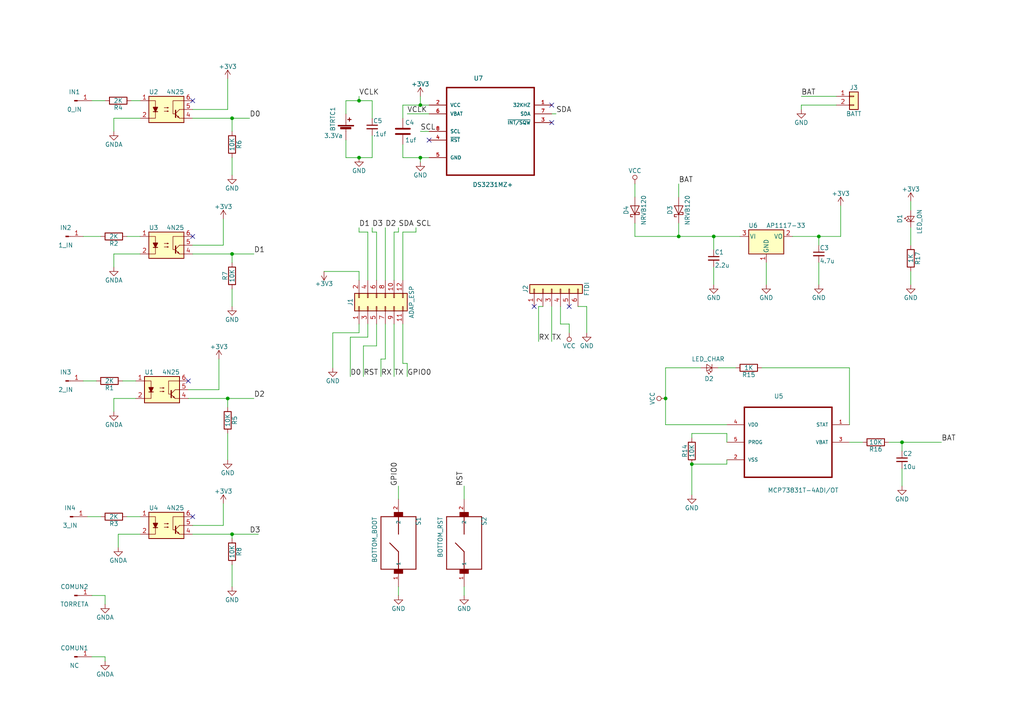
<source format=kicad_sch>
(kicad_sch (version 20230121) (generator eeschema)
  (paper "A4")
  (title_block (date "2018-01-03") (rev "0.2") (company "Electronic Cats") (comment 1 "Rocio Rosales"))
  (lib_symbols
    (symbol "B3U-1000P_1" (pin_names (offset 1.016))
      (property "Reference" "S" (at -7.6454 5.08 0))
      (property "Value" "B3U-1000P" (at -7.6454 -7.6454 0))
      (symbol "B3U-1000P_1_0_0"
        (rectangle (start -8.89 -1.27) (end -7.5946 1.27) (fill (type outline)))
        (polyline (pts (xy -7.62 -5.08) (xy 7.62 -5.08)) (stroke (width 0.254)))
        (polyline (pts (xy -7.62 0) (xy -7.62 -5.08)) (stroke (width 0.254)))
        (polyline (pts (xy -7.62 0) (xy -2.54 0)) (stroke (width 0.254)))
        (polyline (pts (xy -7.62 5.08) (xy -7.62 0)) (stroke (width 0.254)))
        (polyline (pts (xy 2.54 0) (xy 0 -2.54)) (stroke (width 0.254)))
        (polyline (pts (xy 7.62 -5.08) (xy 7.62 0)) (stroke (width 0.254)))
        (polyline (pts (xy 7.62 0) (xy 2.54 0)) (stroke (width 0.254)))
        (polyline (pts (xy 7.62 0) (xy 7.62 5.08)) (stroke (width 0.254)))
        (polyline (pts (xy 7.62 5.08) (xy -7.62 5.08)) (stroke (width 0.254)))
        (rectangle (start 7.62 -1.27) (end 8.8646 1.27) (fill (type outline)))
        (pin passive line (at 12.7 0 180) (length 5.08) (name "1") (number "1"))
        (pin passive line (at -12.7 0 0) (length 5.08) (name "2") (number "2"))
      )
    )
    (symbol "B3U-1000P_2" (pin_names (offset 1.016))
      (property "Reference" "S" (at -7.6454 5.08 0))
      (property "Value" "B3U-1000P" (at -7.6454 -7.6454 0))
      (symbol "B3U-1000P_2_0_0"
        (rectangle (start -8.89 -1.27) (end -7.5946 1.27) (fill (type outline)))
        (polyline (pts (xy -7.62 -5.08) (xy 7.62 -5.08)) (stroke (width 0.254)))
        (polyline (pts (xy -7.62 0) (xy -7.62 -5.08)) (stroke (width 0.254)))
        (polyline (pts (xy -7.62 0) (xy -2.54 0)) (stroke (width 0.254)))
        (polyline (pts (xy -7.62 5.08) (xy -7.62 0)) (stroke (width 0.254)))
        (polyline (pts (xy 2.54 0) (xy 0 -2.54)) (stroke (width 0.254)))
        (polyline (pts (xy 7.62 -5.08) (xy 7.62 0)) (stroke (width 0.254)))
        (polyline (pts (xy 7.62 0) (xy 2.54 0)) (stroke (width 0.254)))
        (polyline (pts (xy 7.62 0) (xy 7.62 5.08)) (stroke (width 0.254)))
        (polyline (pts (xy 7.62 5.08) (xy -7.62 5.08)) (stroke (width 0.254)))
        (rectangle (start 7.62 -1.27) (end 8.8646 1.27) (fill (type outline)))
        (pin passive line (at 12.7 0 180) (length 5.08) (name "1") (number "1"))
        (pin passive line (at -12.7 0 0) (length 5.08) (name "2") (number "2"))
      )
    )
    (symbol "B3U-1000P_3" (pin_names (offset 1.016))
      (property "Reference" "S" (at -7.6454 5.08 0))
      (property "Value" "B3U-1000P" (at -7.6454 -7.6454 0))
      (symbol "B3U-1000P_3_0_0"
        (rectangle (start -8.89 -1.27) (end -7.5946 1.27) (fill (type outline)))
        (polyline (pts (xy -7.62 -5.08) (xy 7.62 -5.08)) (stroke (width 0.254)))
        (polyline (pts (xy -7.62 0) (xy -7.62 -5.08)) (stroke (width 0.254)))
        (polyline (pts (xy -7.62 0) (xy -2.54 0)) (stroke (width 0.254)))
        (polyline (pts (xy -7.62 5.08) (xy -7.62 0)) (stroke (width 0.254)))
        (polyline (pts (xy 2.54 0) (xy 0 -2.54)) (stroke (width 0.254)))
        (polyline (pts (xy 7.62 -5.08) (xy 7.62 0)) (stroke (width 0.254)))
        (polyline (pts (xy 7.62 0) (xy 2.54 0)) (stroke (width 0.254)))
        (polyline (pts (xy 7.62 0) (xy 7.62 5.08)) (stroke (width 0.254)))
        (polyline (pts (xy 7.62 5.08) (xy -7.62 5.08)) (stroke (width 0.254)))
        (rectangle (start 7.62 -1.27) (end 8.8646 1.27) (fill (type outline)))
        (pin passive line (at 12.7 0 180) (length 5.08) (name "1") (number "1"))
        (pin passive line (at -12.7 0 0) (length 5.08) (name "2") (number "2"))
      )
    )
    (symbol "B3U-1000P_4" (pin_names (offset 1.016))
      (property "Reference" "S" (at -7.6454 5.08 0))
      (property "Value" "B3U-1000P" (at -7.6454 -7.6454 0))
      (symbol "B3U-1000P_4_0_0"
        (rectangle (start -8.89 -1.27) (end -7.5946 1.27) (fill (type outline)))
        (polyline (pts (xy -7.62 -5.08) (xy 7.62 -5.08)) (stroke (width 0.254)))
        (polyline (pts (xy -7.62 0) (xy -7.62 -5.08)) (stroke (width 0.254)))
        (polyline (pts (xy -7.62 0) (xy -2.54 0)) (stroke (width 0.254)))
        (polyline (pts (xy -7.62 5.08) (xy -7.62 0)) (stroke (width 0.254)))
        (polyline (pts (xy 2.54 0) (xy 0 -2.54)) (stroke (width 0.254)))
        (polyline (pts (xy 7.62 -5.08) (xy 7.62 0)) (stroke (width 0.254)))
        (polyline (pts (xy 7.62 0) (xy 2.54 0)) (stroke (width 0.254)))
        (polyline (pts (xy 7.62 0) (xy 7.62 5.08)) (stroke (width 0.254)))
        (polyline (pts (xy 7.62 5.08) (xy -7.62 5.08)) (stroke (width 0.254)))
        (rectangle (start 7.62 -1.27) (end 8.8646 1.27) (fill (type outline)))
        (pin passive line (at 12.7 0 180) (length 5.08) (name "1") (number "1"))
        (pin passive line (at -12.7 0 0) (length 5.08) (name "2") (number "2"))
      )
    )
    (symbol "DS3231MZ+_1" (pin_names (offset 1.016))
      (property "Reference" "U" (at -4.8768 22.2758 0))
      (property "Value" "DS3231MZ+" (at -5.1816 -8.5598 0))
      (symbol "DS3231MZ+_1_0_0"
        (polyline (pts (xy -12.7 -5.08) (xy 12.7 -5.08)) (stroke (width 0.4064)))
        (polyline (pts (xy -12.7 20.32) (xy -12.7 -5.08)) (stroke (width 0.4064)))
        (polyline (pts (xy 12.7 -5.08) (xy 12.7 20.32)) (stroke (width 0.4064)))
        (polyline (pts (xy 12.7 20.32) (xy -12.7 20.32)) (stroke (width 0.4064)))
        (pin output line (at 17.78 15.24 180) (length 5.08) (name "32KHZ") (number "1"))
        (pin input line (at -17.78 15.24 0) (length 5.08) (name "VCC") (number "2"))
        (pin output line (at 17.78 10.16 180) (length 5.08) (name "~{INT/SQW}") (number "3"))
        (pin bidirectional line (at -17.78 5.08 0) (length 5.08) (name "~{RST}") (number "4"))
        (pin passive line (at -17.78 0 0) (length 5.08) (name "GND") (number "5"))
        (pin input line (at -17.78 12.7 0) (length 5.08) (name "VBAT") (number "6"))
        (pin bidirectional line (at 17.78 12.7 180) (length 5.08) (name "SDA") (number "7"))
        (pin input line (at -17.78 7.62 0) (length 5.08) (name "SCL") (number "8"))
      )
    )
    (symbol "DS3231MZ+_2" (pin_names (offset 1.016))
      (property "Reference" "U" (at -4.8768 22.2758 0))
      (property "Value" "DS3231MZ+" (at -5.1816 -8.5598 0))
      (symbol "DS3231MZ+_2_0_0"
        (polyline (pts (xy -12.7 -5.08) (xy 12.7 -5.08)) (stroke (width 0.4064)))
        (polyline (pts (xy -12.7 20.32) (xy -12.7 -5.08)) (stroke (width 0.4064)))
        (polyline (pts (xy 12.7 -5.08) (xy 12.7 20.32)) (stroke (width 0.4064)))
        (polyline (pts (xy 12.7 20.32) (xy -12.7 20.32)) (stroke (width 0.4064)))
        (pin output line (at 17.78 15.24 180) (length 5.08) (name "32KHZ") (number "1"))
        (pin input line (at -17.78 15.24 0) (length 5.08) (name "VCC") (number "2"))
        (pin output line (at 17.78 10.16 180) (length 5.08) (name "~{INT/SQW}") (number "3"))
        (pin bidirectional line (at -17.78 5.08 0) (length 5.08) (name "~{RST}") (number "4"))
        (pin passive line (at -17.78 0 0) (length 5.08) (name "GND") (number "5"))
        (pin input line (at -17.78 12.7 0) (length 5.08) (name "VBAT") (number "6"))
        (pin bidirectional line (at 17.78 12.7 180) (length 5.08) (name "SDA") (number "7"))
        (pin input line (at -17.78 7.62 0) (length 5.08) (name "SCL") (number "8"))
      )
    )
    (symbol "MCP73831T-4ADI/OT_1" (pin_names (offset 1.016))
      (property "Reference" "U" (at -4.1148 10.0838 0))
      (property "Value" "MCP73831T-4ADI/OT" (at -5.9436 -17.1958 0))
      (symbol "MCP73831T-4ADI/OT_1_0_0"
        (polyline (pts (xy -12.7 -12.7) (xy 12.7 -12.7)) (stroke (width 0.4064)))
        (polyline (pts (xy -12.7 7.62) (xy -12.7 -12.7)) (stroke (width 0.4064)))
        (polyline (pts (xy 12.7 -12.7) (xy 12.7 7.62)) (stroke (width 0.4064)))
        (polyline (pts (xy 12.7 7.62) (xy -12.7 7.62)) (stroke (width 0.4064)))
        (pin output line (at 17.78 2.54 180) (length 5.08) (name "STAT") (number "1"))
        (pin input line (at -17.78 -7.62 0) (length 5.08) (name "VSS") (number "2"))
        (pin output line (at 17.78 -2.54 180) (length 5.08) (name "VBAT") (number "3"))
        (pin input line (at -17.78 2.54 0) (length 5.08) (name "VDD") (number "4"))
        (pin input line (at -17.78 -2.54 0) (length 5.08) (name "PROG") (number "5"))
      )
    )
    (symbol "MCP73831T-4ADI/OT_2" (pin_names (offset 1.016))
      (property "Reference" "U" (at -4.1148 10.0838 0))
      (property "Value" "MCP73831T-4ADI/OT" (at -5.9436 -17.1958 0))
      (symbol "MCP73831T-4ADI/OT_2_0_0"
        (polyline (pts (xy -12.7 -12.7) (xy 12.7 -12.7)) (stroke (width 0.4064)))
        (polyline (pts (xy -12.7 7.62) (xy -12.7 -12.7)) (stroke (width 0.4064)))
        (polyline (pts (xy 12.7 -12.7) (xy 12.7 7.62)) (stroke (width 0.4064)))
        (polyline (pts (xy 12.7 7.62) (xy -12.7 7.62)) (stroke (width 0.4064)))
        (pin output line (at 17.78 2.54 180) (length 5.08) (name "STAT") (number "1"))
        (pin input line (at -17.78 -7.62 0) (length 5.08) (name "VSS") (number "2"))
        (pin output line (at 17.78 -2.54 180) (length 5.08) (name "VBAT") (number "3"))
        (pin input line (at -17.78 2.54 0) (length 5.08) (name "VDD") (number "4"))
        (pin input line (at -17.78 -2.54 0) (length 5.08) (name "PROG") (number "5"))
      )
    )
    (symbol "WiFiMonitor-rescue:+3.3V" (power) (pin_names (offset 0))
      (property "Value" "+3.3V" (at 0 3.556 0))
      (symbol "+3.3V_0_1"
        (polyline (pts (xy -0.762 1.27) (xy 0 2.54)))
        (polyline (pts (xy 0 0) (xy 0 2.54)))
        (polyline (pts (xy 0 2.54) (xy 0.762 1.27)))
      )
      (symbol "+3.3V_1_1"
        (pin power_in line (at 0 0 90) (length 0) hide (name "+3V3") (number "1"))
      )
    )
    (symbol "WiFiMonitor-rescue:4N25-RESCUE-WiFiMonitor" (pin_names (offset 1.016))
      (property "Reference" "U" (at -5.08 5.08 0))
      (property "Value" "4N25-RESCUE-WiFiMonitor" (at 0 5.08 0))
      (symbol "4N25-RESCUE-WiFiMonitor_0_1"
        (rectangle (start -5.08 3.81) (end 5.08 -3.81) (stroke (width 0.254)) (fill (type background)))
        (polyline (pts (xy -3.81 -0.635) (xy -2.54 -0.635)) (stroke (width 0.254)))
        (polyline (pts (xy 2.667 -1.397) (xy 3.81 -2.54)))
        (polyline (pts (xy 2.667 -1.143) (xy 3.81 0)))
        (polyline (pts (xy 3.81 -2.54) (xy 5.08 -2.54)))
        (polyline (pts (xy 3.81 0) (xy 5.08 0)))
        (polyline (pts (xy 2.667 -0.254) (xy 2.667 -2.286) (xy 2.667 -2.286)) (stroke (width 0.3556)))
        (polyline (pts (xy -5.08 -2.54) (xy -3.175 -2.54) (xy -3.175 2.54) (xy -5.08 2.54)))
        (polyline (pts (xy -3.175 -0.635) (xy -3.81 0.635) (xy -2.54 0.635) (xy -3.175 -0.635)) (stroke (width 0.254)) (fill (type outline)))
        (polyline (pts (xy 3.683 -2.413) (xy 3.429 -1.905) (xy 3.175 -2.159) (xy 3.683 -2.413)))
        (polyline (pts (xy 5.08 2.54) (xy 1.905 2.54) (xy 1.905 -1.27) (xy 2.54 -1.27)))
        (polyline (pts (xy -0.635 -0.508) (xy 0.635 -0.508) (xy 0.254 -0.635) (xy 0.254 -0.381) (xy 0.635 -0.508)))
        (polyline (pts (xy -0.635 0.508) (xy 0.635 0.508) (xy 0.254 0.381) (xy 0.254 0.635) (xy 0.635 0.508)))
      )
      (symbol "4N25-RESCUE-WiFiMonitor_1_1"
        (pin passive line (at -7.62 2.54 0) (length 2.54) (name "~") (number "1"))
        (pin passive line (at -7.62 -2.54 0) (length 2.54) (name "~") (number "2"))
        (pin no_connect line (at -7.62 0 0) (length 2.54) hide (name "NC") (number "3"))
        (pin passive line (at 7.62 -2.54 180) (length 2.54) (name "~") (number "4"))
        (pin passive line (at 7.62 0 180) (length 2.54) (name "~") (number "5"))
        (pin passive line (at 7.62 2.54 180) (length 2.54) (name "~") (number "6"))
      )
    )
    (symbol "WiFiMonitor-rescue:AP1117-33" (pin_names (offset 0.254))
      (property "Reference" "U" (at -3.81 3.175 0))
      (property "Value" "AP1117-33" (at 0 3.175 0))
      (symbol "AP1117-33_0_1"
        (rectangle (start -5.08 -5.08) (end 5.08 1.905) (stroke (width 0.254)) (fill (type background)))
      )
      (symbol "AP1117-33_1_1"
        (pin power_in line (at 0 -7.62 90) (length 2.54) (name "GND") (number "1"))
        (pin passive line (at 7.62 0 180) (length 2.54) (name "VO") (number "2"))
        (pin power_in line (at -7.62 0 0) (length 2.54) (name "VI") (number "3"))
      )
    )
    (symbol "WiFiMonitor-rescue:Battery_Cell" (pin_numbers hide) (pin_names (offset 0) hide)
      (property "Reference" "BT" (at 2.54 2.54 0))
      (property "Value" "Battery_Cell" (at 2.54 0 0))
      (symbol "Battery_Cell_0_1"
        (rectangle (start -2.286 1.778) (end 2.286 1.524) (fill (type outline)))
        (rectangle (start -1.5748 1.1938) (end 1.4732 0.6858) (fill (type outline)))
        (polyline (pts (xy 0 0.762) (xy 0 0)))
        (polyline (pts (xy 0 1.778) (xy 0 2.54)))
        (polyline (pts (xy 0.508 3.429) (xy 1.524 3.429)) (stroke (width 0.254)))
        (polyline (pts (xy 1.016 3.937) (xy 1.016 2.921)) (stroke (width 0.254)))
      )
      (symbol "Battery_Cell_1_1"
        (pin passive line (at 0 5.08 270) (length 2.54) (name "+") (number "1"))
        (pin passive line (at 0 -2.54 90) (length 2.54) (name "-") (number "2"))
      )
    )
    (symbol "WiFiMonitor-rescue:C" (pin_numbers hide) (pin_names (offset 0.254))
      (property "Reference" "C" (at 0.635 2.54 0))
      (property "Value" "C" (at 0.635 -2.54 0))
      (symbol "C_0_1"
        (polyline (pts (xy -2.032 -0.762) (xy 2.032 -0.762)) (stroke (width 0.508)))
        (polyline (pts (xy -2.032 0.762) (xy 2.032 0.762)) (stroke (width 0.508)))
      )
      (symbol "C_1_1"
        (pin passive line (at 0 3.81 270) (length 2.794) (name "~") (number "1"))
        (pin passive line (at 0 -3.81 90) (length 2.794) (name "~") (number "2"))
      )
    )
    (symbol "WiFiMonitor-rescue:C_Small" (pin_numbers hide) (pin_names (offset 0.254) hide)
      (property "Reference" "C" (at 0.254 1.778 0))
      (property "Value" "C_Small" (at 0.254 -2.032 0))
      (symbol "C_Small_0_1"
        (polyline (pts (xy -1.524 -0.508) (xy 1.524 -0.508)) (stroke (width 0.3302)))
        (polyline (pts (xy -1.524 0.508) (xy 1.524 0.508)) (stroke (width 0.3048)))
      )
      (symbol "C_Small_1_1"
        (pin passive line (at 0 2.54 270) (length 2.032) (name "~") (number "1"))
        (pin passive line (at 0 -2.54 90) (length 2.032) (name "~") (number "2"))
      )
    )
    (symbol "WiFiMonitor-rescue:Conn_01x01_Male" (pin_names (offset 1.016) hide)
      (property "Reference" "J" (at 0 2.54 0))
      (property "Value" "Conn_01x01_Male" (at 0 -2.54 0))
      (symbol "Conn_01x01_Male_1_1"
        (polyline (pts (xy 1.27 0) (xy 0.8636 0)) (stroke (width 0.1524)))
        (rectangle (start 0.8636 0.127) (end 0 -0.127) (stroke (width 0.1524)) (fill (type outline)))
        (pin passive line (at 5.08 0 180) (length 3.81) (name "Pin_1") (number "1"))
      )
    )
    (symbol "WiFiMonitor-rescue:Conn_01x02" (pin_names (offset 1.016) hide)
      (property "Reference" "J" (at 0 2.54 0))
      (property "Value" "Conn_01x02" (at 0 -5.08 0))
      (symbol "Conn_01x02_1_1"
        (rectangle (start -1.27 -2.413) (end 0 -2.667) (stroke (width 0.1524)))
        (rectangle (start -1.27 0.127) (end 0 -0.127) (stroke (width 0.1524)))
        (rectangle (start -1.27 1.27) (end 1.27 -3.81) (stroke (width 0.254)) (fill (type background)))
        (pin passive line (at -5.08 0 0) (length 3.81) (name "Pin_1") (number "1"))
        (pin passive line (at -5.08 -2.54 0) (length 3.81) (name "Pin_2") (number "2"))
      )
    )
    (symbol "WiFiMonitor-rescue:Conn_01x06" (pin_names (offset 1.016) hide)
      (property "Reference" "J" (at 0 7.62 0))
      (property "Value" "Conn_01x06" (at 0 -10.16 0))
      (symbol "Conn_01x06_1_1"
        (rectangle (start -1.27 -7.493) (end 0 -7.747) (stroke (width 0.1524)))
        (rectangle (start -1.27 -4.953) (end 0 -5.207) (stroke (width 0.1524)))
        (rectangle (start -1.27 -2.413) (end 0 -2.667) (stroke (width 0.1524)))
        (rectangle (start -1.27 0.127) (end 0 -0.127) (stroke (width 0.1524)))
        (rectangle (start -1.27 2.667) (end 0 2.413) (stroke (width 0.1524)))
        (rectangle (start -1.27 5.207) (end 0 4.953) (stroke (width 0.1524)))
        (rectangle (start -1.27 6.35) (end 1.27 -8.89) (stroke (width 0.254)) (fill (type background)))
        (pin passive line (at -5.08 5.08 0) (length 3.81) (name "Pin_1") (number "1"))
        (pin passive line (at -5.08 2.54 0) (length 3.81) (name "Pin_2") (number "2"))
        (pin passive line (at -5.08 0 0) (length 3.81) (name "Pin_3") (number "3"))
        (pin passive line (at -5.08 -2.54 0) (length 3.81) (name "Pin_4") (number "4"))
        (pin passive line (at -5.08 -5.08 0) (length 3.81) (name "Pin_5") (number "5"))
        (pin passive line (at -5.08 -7.62 0) (length 3.81) (name "Pin_6") (number "6"))
      )
    )
    (symbol "WiFiMonitor-rescue:Conn_02x06_Odd_Even" (pin_names (offset 1.016) hide)
      (property "Reference" "J" (at 1.27 7.62 0))
      (property "Value" "Conn_02x06_Odd_Even" (at 1.27 -10.16 0))
      (symbol "Conn_02x06_Odd_Even_1_1"
        (rectangle (start -1.27 -7.493) (end 0 -7.747) (stroke (width 0.1524)))
        (rectangle (start -1.27 -4.953) (end 0 -5.207) (stroke (width 0.1524)))
        (rectangle (start -1.27 -2.413) (end 0 -2.667) (stroke (width 0.1524)))
        (rectangle (start -1.27 0.127) (end 0 -0.127) (stroke (width 0.1524)))
        (rectangle (start -1.27 2.667) (end 0 2.413) (stroke (width 0.1524)))
        (rectangle (start -1.27 5.207) (end 0 4.953) (stroke (width 0.1524)))
        (rectangle (start -1.27 6.35) (end 3.81 -8.89) (stroke (width 0.254)) (fill (type background)))
        (rectangle (start 3.81 -7.493) (end 2.54 -7.747) (stroke (width 0.1524)))
        (rectangle (start 3.81 -4.953) (end 2.54 -5.207) (stroke (width 0.1524)))
        (rectangle (start 3.81 -2.413) (end 2.54 -2.667) (stroke (width 0.1524)))
        (rectangle (start 3.81 0.127) (end 2.54 -0.127) (stroke (width 0.1524)))
        (rectangle (start 3.81 2.667) (end 2.54 2.413) (stroke (width 0.1524)))
        (rectangle (start 3.81 5.207) (end 2.54 4.953) (stroke (width 0.1524)))
        (pin passive line (at -5.08 5.08 0) (length 3.81) (name "Pin_1") (number "1"))
        (pin passive line (at 7.62 -5.08 180) (length 3.81) (name "Pin_10") (number "10"))
        (pin passive line (at -5.08 -7.62 0) (length 3.81) (name "Pin_11") (number "11"))
        (pin passive line (at 7.62 -7.62 180) (length 3.81) (name "Pin_12") (number "12"))
        (pin passive line (at 7.62 5.08 180) (length 3.81) (name "Pin_2") (number "2"))
        (pin passive line (at -5.08 2.54 0) (length 3.81) (name "Pin_3") (number "3"))
        (pin passive line (at 7.62 2.54 180) (length 3.81) (name "Pin_4") (number "4"))
        (pin passive line (at -5.08 0 0) (length 3.81) (name "Pin_5") (number "5"))
        (pin passive line (at 7.62 0 180) (length 3.81) (name "Pin_6") (number "6"))
        (pin passive line (at -5.08 -2.54 0) (length 3.81) (name "Pin_7") (number "7"))
        (pin passive line (at 7.62 -2.54 180) (length 3.81) (name "Pin_8") (number "8"))
        (pin passive line (at -5.08 -5.08 0) (length 3.81) (name "Pin_9") (number "9"))
      )
    )
    (symbol "WiFiMonitor-rescue:D_Schottky" (pin_numbers hide) (pin_names (offset 1.016) hide)
      (property "Reference" "D" (at 0 2.54 0))
      (property "Value" "D_Schottky" (at 0 -2.54 0))
      (symbol "D_Schottky_0_1"
        (polyline (pts (xy 1.27 0) (xy -1.27 0)))
        (polyline (pts (xy 1.27 1.27) (xy 1.27 -1.27) (xy -1.27 0) (xy 1.27 1.27)) (stroke (width 0.2032)))
        (polyline (pts (xy -1.905 0.635) (xy -1.905 1.27) (xy -1.27 1.27) (xy -1.27 -1.27) (xy -0.635 -1.27) (xy -0.635 -0.635)) (stroke (width 0.2032)))
      )
      (symbol "D_Schottky_1_1"
        (pin passive line (at -3.81 0 0) (length 2.54) (name "K") (number "1"))
        (pin passive line (at 3.81 0 180) (length 2.54) (name "A") (number "2"))
      )
    )
    (symbol "WiFiMonitor-rescue:GND" (power) (pin_names (offset 0))
      (property "Value" "GND" (at 0 -3.81 0))
      (symbol "GND_0_1"
        (polyline (pts (xy 0 0) (xy 0 -1.27) (xy 1.27 -1.27) (xy 0 -2.54) (xy -1.27 -1.27) (xy 0 -1.27)))
      )
      (symbol "GND_1_1"
        (pin power_in line (at 0 0 270) (length 0) hide (name "GND") (number "1"))
      )
    )
    (symbol "WiFiMonitor-rescue:GNDA" (power) (pin_names (offset 0))
      (property "Value" "GNDA" (at 0 -3.81 0))
      (symbol "GNDA_0_1"
        (polyline (pts (xy 0 0) (xy 0 -1.27) (xy 1.27 -1.27) (xy 0 -2.54) (xy -1.27 -1.27) (xy 0 -1.27)))
      )
      (symbol "GNDA_1_1"
        (pin power_in line (at 0 0 270) (length 0) hide (name "GNDA") (number "1"))
      )
    )
    (symbol "WiFiMonitor-rescue:LED_Small" (pin_numbers hide) (pin_names (offset 0.254) hide)
      (property "Reference" "D" (at -1.27 3.175 0))
      (property "Value" "LED_Small" (at -4.445 -2.54 0))
      (symbol "LED_Small_0_1"
        (polyline (pts (xy -0.762 -1.016) (xy -0.762 1.016)))
        (polyline (pts (xy 1.016 0) (xy -0.762 0)))
        (polyline (pts (xy 0.762 -1.016) (xy -0.762 0) (xy 0.762 1.016) (xy 0.762 -1.016)))
        (polyline (pts (xy 0 0.762) (xy -0.508 1.27) (xy -0.254 1.27) (xy -0.508 1.27) (xy -0.508 1.016)))
        (polyline (pts (xy 0.508 1.27) (xy 0 1.778) (xy 0.254 1.778) (xy 0 1.778) (xy 0 1.524)))
      )
      (symbol "LED_Small_1_1"
        (pin passive line (at -2.54 0 0) (length 1.778) (name "K") (number "1"))
        (pin passive line (at 2.54 0 180) (length 1.778) (name "A") (number "2"))
      )
    )
    (symbol "WiFiMonitor-rescue:R" (pin_numbers hide) (pin_names (offset 0))
      (property "Reference" "R" (at 2.032 0 90))
      (property "Value" "R" (at 0 0 90))
      (symbol "R_0_1"
        (rectangle (start -1.016 -2.54) (end 1.016 2.54) (stroke (width 0.254)))
      )
      (symbol "R_1_1"
        (pin passive line (at 0 3.81 270) (length 1.27) (name "~") (number "1"))
        (pin passive line (at 0 -3.81 90) (length 1.27) (name "~") (number "2"))
      )
    )
    (symbol "WiFiMonitor-rescue:VCC" (power) (pin_names (offset 0))
      (property "Value" "VCC" (at 0 3.81 0))
      (symbol "VCC_0_1"
        (polyline (pts (xy 0 0) (xy 0 1.27)))
        (circle (center 0 1.905) (radius 0.635))
      )
      (symbol "VCC_1_1"
        (pin power_in line (at 0 0 90) (length 0) hide (name "VCC") (number "1"))
      )
    )
  )
  (junction (at 104.14 45.72))
  (junction (at 261.62 128.27))
  (junction (at 200.66 134.62))
  (junction (at 67.31 73.66))
  (junction (at 66.04 115.57))
  (junction (at 207.01 68.58))
  (junction (at 196.85 68.58))
  (junction (at 67.31 154.94))
  (junction (at 237.49 68.58))
  (junction (at 104.14 29.21))
  (junction (at 67.31 34.29))
  (junction (at 121.92 30.48))
  (junction (at 193.04 115.57))
  (junction (at 121.92 45.72))
  (no_connect (at 55.88 68.58))
  (no_connect (at 54.61 110.49))
  (no_connect (at 55.88 149.86))
  (no_connect (at 165.1 88.9))
  (no_connect (at 154.94 88.9))
  (no_connect (at 88.9 218.44))
  (no_connect (at 124.46 40.64))
  (no_connect (at 160.02 35.56))
  (no_connect (at 160.02 30.48))
  (no_connect (at 55.88 29.21))
  (wire (pts (xy 104.14 67.31) (xy 106.68 67.31)))
  (wire (pts (xy 63.5 113.03) (xy 54.61 113.03)))
  (wire (pts (xy 67.31 73.66) (xy 67.31 76.2)))
  (wire (pts (xy 116.84 105.41) (xy 118.11 105.41)))
  (wire (pts (xy 115.57 67.31) (xy 114.3 67.31)))
  (wire (pts (xy 30.48 190.5) (xy 30.48 191.77)))
  (wire (pts (xy 67.31 45.72) (xy 67.31 50.8)))
  (wire (pts (xy 104.14 29.21) (xy 107.95 29.21)))
  (wire (pts (xy 64.77 146.05) (xy 64.77 152.4)))
  (wire (pts (xy 243.84 68.58) (xy 243.84 59.69)))
  (wire (pts (xy 264.16 58.42) (xy 264.16 60.96)))
  (wire (pts (xy 111.76 66.04) (xy 111.76 81.28)))
  (wire (pts (xy 134.62 170.18) (xy 134.62 172.72)))
  (wire (pts (xy 66.04 31.75) (xy 55.88 31.75)))
  (wire (pts (xy 261.62 128.27) (xy 261.62 130.81)))
  (wire (pts (xy 116.84 34.29) (xy 116.84 30.48)))
  (wire (pts (xy 67.31 170.18) (xy 67.31 163.83)))
  (wire (pts (xy 156.21 99.06) (xy 156.21 88.9)))
  (wire (pts (xy 66.04 115.57) (xy 66.04 118.11)))
  (wire (pts (xy 116.84 93.98) (xy 116.84 105.41)))
  (wire (pts (xy 207.01 68.58) (xy 207.01 72.39)))
  (wire (pts (xy 246.38 106.68) (xy 246.38 123.19)))
  (wire (pts (xy 116.84 67.31) (xy 116.84 81.28)))
  (wire (pts (xy 196.85 64.77) (xy 196.85 68.58)))
  (wire (pts (xy 33.02 115.57) (xy 33.02 119.38)))
  (wire (pts (xy 26.67 190.5) (xy 30.48 190.5)))
  (wire (pts (xy 196.85 68.58) (xy 207.01 68.58)))
  (wire (pts (xy 193.04 106.68) (xy 193.04 115.57)))
  (wire (pts (xy 64.77 152.4) (xy 55.88 152.4)))
  (wire (pts (xy 55.88 73.66) (xy 67.31 73.66)))
  (wire (pts (xy 232.41 30.48) (xy 242.57 30.48)))
  (wire (pts (xy 29.21 68.58) (xy 24.13 68.58)))
  (wire (pts (xy 246.38 128.27) (xy 250.19 128.27)))
  (wire (pts (xy 207.01 68.58) (xy 214.63 68.58)))
  (wire (pts (xy 66.04 22.86) (xy 66.04 31.75)))
  (wire (pts (xy 184.15 64.77) (xy 184.15 68.58)))
  (wire (pts (xy 66.04 115.57) (xy 73.66 115.57)))
  (wire (pts (xy 96.52 96.52) (xy 104.14 96.52)))
  (wire (pts (xy 162.56 93.98) (xy 165.1 93.98)))
  (wire (pts (xy 121.92 45.72) (xy 124.46 45.72)))
  (wire (pts (xy 105.41 100.33) (xy 105.41 109.22)))
  (wire (pts (xy 208.28 106.68) (xy 213.36 106.68)))
  (wire (pts (xy 200.66 143.51) (xy 200.66 134.62)))
  (wire (pts (xy 40.64 68.58) (xy 36.83 68.58)))
  (wire (pts (xy 184.15 57.15) (xy 184.15 53.34)))
  (wire (pts (xy 261.62 140.97) (xy 261.62 135.89)))
  (wire (pts (xy 39.37 115.57) (xy 33.02 115.57)))
  (wire (pts (xy 220.98 106.68) (xy 246.38 106.68)))
  (wire (pts (xy 200.66 127) (xy 200.66 125.73)))
  (wire (pts (xy 63.5 104.14) (xy 63.5 113.03)))
  (wire (pts (xy 116.84 45.72) (xy 121.92 45.72)))
  (wire (pts (xy 107.95 29.21) (xy 107.95 34.29)))
  (wire (pts (xy 121.92 30.48) (xy 124.46 30.48)))
  (wire (pts (xy 116.84 30.48) (xy 121.92 30.48)))
  (wire (pts (xy 34.29 154.94) (xy 40.64 154.94)))
  (wire (pts (xy 26.67 172.72) (xy 30.48 172.72)))
  (wire (pts (xy 100.33 45.72) (xy 104.14 45.72)))
  (wire (pts (xy 165.1 93.98) (xy 165.1 96.52)))
  (wire (pts (xy 55.88 154.94) (xy 67.31 154.94)))
  (wire (pts (xy 100.33 33.02) (xy 100.33 29.21)))
  (wire (pts (xy 222.25 82.55) (xy 222.25 76.2)))
  (wire (pts (xy 232.41 31.75) (xy 232.41 30.48)))
  (wire (pts (xy 67.31 154.94) (xy 67.31 156.21)))
  (wire (pts (xy 118.11 105.41) (xy 118.11 109.22)))
  (wire (pts (xy 109.22 100.33) (xy 109.22 93.98)))
  (wire (pts (xy 160.02 33.02) (xy 161.29 33.02)))
  (wire (pts (xy 237.49 71.12) (xy 237.49 68.58)))
  (wire (pts (xy 115.57 140.97) (xy 115.57 144.78)))
  (wire (pts (xy 105.41 100.33) (xy 109.22 100.33)))
  (wire (pts (xy 237.49 82.55) (xy 237.49 76.2)))
  (wire (pts (xy 96.52 106.68) (xy 96.52 96.52)))
  (wire (pts (xy 121.92 27.94) (xy 121.92 30.48)))
  (wire (pts (xy 100.33 29.21) (xy 104.14 29.21)))
  (wire (pts (xy 109.22 67.31) (xy 109.22 81.28)))
  (wire (pts (xy 134.62 140.97) (xy 134.62 144.78)))
  (wire (pts (xy 107.95 45.72) (xy 107.95 39.37)))
  (wire (pts (xy 67.31 73.66) (xy 73.66 73.66)))
  (wire (pts (xy 162.56 88.9) (xy 162.56 93.98)))
  (wire (pts (xy 207.01 77.47) (xy 207.01 82.55)))
  (wire (pts (xy 170.18 88.9) (xy 167.64 88.9)))
  (wire (pts (xy 156.21 88.9) (xy 157.48 88.9)))
  (wire (pts (xy 120.65 66.04) (xy 120.65 67.31)))
  (wire (pts (xy 106.68 97.79) (xy 106.68 93.98)))
  (wire (pts (xy 100.33 40.64) (xy 100.33 45.72)))
  (wire (pts (xy 67.31 83.82) (xy 67.31 88.9)))
  (wire (pts (xy 203.2 106.68) (xy 193.04 106.68)))
  (wire (pts (xy 115.57 172.72) (xy 115.57 170.18)))
  (wire (pts (xy 33.02 38.1) (xy 33.02 34.29)))
  (wire (pts (xy 104.14 45.72) (xy 107.95 45.72)))
  (wire (pts (xy 110.49 104.14) (xy 110.49 109.22)))
  (wire (pts (xy 111.76 104.14) (xy 110.49 104.14)))
  (wire (pts (xy 114.3 67.31) (xy 114.3 81.28)))
  (wire (pts (xy 36.83 149.86) (xy 40.64 149.86)))
  (wire (pts (xy 104.14 96.52) (xy 104.14 93.98)))
  (wire (pts (xy 104.14 78.74) (xy 104.14 81.28)))
  (wire (pts (xy 124.46 38.1) (xy 121.92 38.1)))
  (wire (pts (xy 30.48 172.72) (xy 30.48 175.26)))
  (wire (pts (xy 40.64 73.66) (xy 33.02 73.66)))
  (wire (pts (xy 39.37 110.49) (xy 35.56 110.49)))
  (wire (pts (xy 210.82 134.62) (xy 210.82 133.35)))
  (wire (pts (xy 193.04 115.57) (xy 193.04 123.19)))
  (wire (pts (xy 67.31 34.29) (xy 72.39 34.29)))
  (wire (pts (xy 114.3 93.98) (xy 114.3 109.22)))
  (wire (pts (xy 116.84 41.91) (xy 116.84 45.72)))
  (wire (pts (xy 193.04 123.19) (xy 210.82 123.19)))
  (wire (pts (xy 64.77 71.12) (xy 55.88 71.12)))
  (wire (pts (xy 120.65 67.31) (xy 116.84 67.31)))
  (wire (pts (xy 101.6 97.79) (xy 101.6 109.22)))
  (wire (pts (xy 200.66 125.73) (xy 210.82 125.73)))
  (wire (pts (xy 200.66 134.62) (xy 210.82 134.62)))
  (wire (pts (xy 196.85 53.34) (xy 196.85 57.15)))
  (wire (pts (xy 257.81 128.27) (xy 261.62 128.27)))
  (wire (pts (xy 55.88 34.29) (xy 67.31 34.29)))
  (wire (pts (xy 104.14 66.04) (xy 104.14 67.31)))
  (wire (pts (xy 27.94 110.49) (xy 24.13 110.49)))
  (wire (pts (xy 124.46 33.02) (xy 118.11 33.02)))
  (wire (pts (xy 242.57 27.94) (xy 232.41 27.94)))
  (wire (pts (xy 26.67 29.21) (xy 30.48 29.21)))
  (wire (pts (xy 38.1 29.21) (xy 40.64 29.21)))
  (wire (pts (xy 64.77 63.5) (xy 64.77 71.12)))
  (wire (pts (xy 54.61 115.57) (xy 66.04 115.57)))
  (wire (pts (xy 264.16 66.04) (xy 264.16 71.12)))
  (wire (pts (xy 101.6 97.79) (xy 106.68 97.79)))
  (wire (pts (xy 107.95 67.31) (xy 109.22 67.31)))
  (wire (pts (xy 106.68 67.31) (xy 106.68 81.28)))
  (wire (pts (xy 104.14 27.94) (xy 104.14 29.21)))
  (wire (pts (xy 115.57 66.04) (xy 115.57 67.31)))
  (wire (pts (xy 170.18 96.52) (xy 170.18 88.9)))
  (wire (pts (xy 160.02 99.06) (xy 160.02 88.9)))
  (wire (pts (xy 184.15 68.58) (xy 196.85 68.58)))
  (wire (pts (xy 121.92 45.72) (xy 121.92 46.99)))
  (wire (pts (xy 33.02 73.66) (xy 33.02 77.47)))
  (wire (pts (xy 67.31 34.29) (xy 67.31 38.1)))
  (wire (pts (xy 237.49 68.58) (xy 243.84 68.58)))
  (wire (pts (xy 93.98 78.74) (xy 104.14 78.74)))
  (wire (pts (xy 67.31 154.94) (xy 74.93 154.94)))
  (wire (pts (xy 229.87 68.58) (xy 237.49 68.58)))
  (wire (pts (xy 25.4 149.86) (xy 29.21 149.86)))
  (wire (pts (xy 33.02 34.29) (xy 40.64 34.29)))
  (wire (pts (xy 261.62 128.27) (xy 273.05 128.27)))
  (wire (pts (xy 66.04 125.73) (xy 66.04 133.35)))
  (wire (pts (xy 264.16 78.74) (xy 264.16 82.55)))
  (wire (pts (xy 210.82 125.73) (xy 210.82 128.27)))
  (wire (pts (xy 111.76 93.98) (xy 111.76 104.14)))
  (wire (pts (xy 34.29 158.75) (xy 34.29 154.94)))
  (wire (pts (xy 107.95 66.04) (xy 107.95 67.31)))
  (label "RST" (at 105.41 109.22 0) (effects (font (size 1.524 1.524))))
  (label "GPIO0" (at 118.11 109.22 0) (effects (font (size 1.524 1.524))))
  (label "D1" (at 104.14 66.04 0) (effects (font (size 1.524 1.524))))
  (label "SDA" (at 161.29 33.02 0) (effects (font (size 1.524 1.524))))
  (label "VCLK" (at 118.11 33.02 0) (effects (font (size 1.524 1.524))))
  (label "SCL" (at 121.92 38.1 0) (effects (font (size 1.524 1.524))))
  (label "SDA" (at 115.57 66.04 0) (effects (font (size 1.524 1.524))))
  (label "BAT" (at 273.05 128.27 0) (effects (font (size 1.524 1.524))))
  (label "RST" (at 134.62 140.97 90) (effects (font (size 1.524 1.524))))
  (label "GPIO0" (at 115.57 140.97 90) (effects (font (size 1.524 1.524))))
  (label "D3" (at 72.39 154.94 0) (effects (font (size 1.524 1.524))))
  (label "D0" (at 101.6 109.22 0) (effects (font (size 1.524 1.524))))
  (label "RX" (at 156.21 99.06 0) (effects (font (size 1.524 1.524))))
  (label "BAT" (at 196.85 53.34 0) (effects (font (size 1.524 1.524))))
  (label "SCL" (at 120.65 66.04 0) (effects (font (size 1.524 1.524))))
  (label "D3" (at 107.95 66.04 0) (effects (font (size 1.524 1.524))))
  (label "D2" (at 111.76 66.04 0) (effects (font (size 1.524 1.524))))
  (label "RX" (at 110.49 109.22 0) (effects (font (size 1.524 1.524))))
  (label "TX" (at 160.02 99.06 0) (effects (font (size 1.524 1.524))))
  (label "D0" (at 72.39 34.29 0) (effects (font (size 1.524 1.524))))
  (label "D1" (at 73.66 73.66 0) (effects (font (size 1.524 1.524))))
  (label "VCLK" (at 104.14 27.94 0) (effects (font (size 1.524 1.524))))
  (label "BAT" (at 232.41 27.94 0) (effects (font (size 1.524 1.524))))
  (label "D2" (at 73.66 115.57 0) (effects (font (size 1.524 1.524))))
  (label "TX" (at 114.3 109.22 0) (effects (font (size 1.524 1.524))))
  (symbol (lib_id "WiFiMonitor-rescue:4N25-RESCUE-WiFiMonitor") (at 48.26 31.75 0) (unit 1)
    (property "Reference" "U2" (at 43.18 26.67 0) (effects (justify left)))
    (property "Value" "4N25" (at 48.26 26.67 0) (effects (justify left)))
    (property "Footprint" "Housings_DIP:DIP-6_W7.62mm_SMDSocket_SmallPads" (effects hide))
  )
  (symbol (lib_id "WiFiMonitor-rescue:R") (at 34.29 29.21 270) (unit 1)
    (property "Reference" "R4" (at 34.29 31.242 90))
    (property "Value" "2K" (at 34.29 29.21 90))
    (property "Footprint" "Resistors_SMD:R_0805_HandSoldering" (effects hide))
  )
  (symbol (lib_id "WiFiMonitor-rescue:GND") (at 67.31 50.8 0) (unit 1)
    (property "Reference" "#PWR01" (effects hide))
    (property "Value" "GND" (at 67.31 54.61 0))
  )
  (symbol (lib_id "WiFiMonitor-rescue:R") (at 67.31 41.91 0) (unit 1)
    (property "Reference" "R6" (at 69.342 41.91 90))
    (property "Value" "10K" (at 67.31 41.91 90))
    (property "Footprint" "Resistors_SMD:R_0805_HandSoldering" (effects hide))
  )
  (symbol (lib_id "WiFiMonitor-rescue:R") (at 33.02 68.58 270) (unit 1)
    (property "Reference" "R2" (at 33.02 70.612 90))
    (property "Value" "2K" (at 33.02 68.58 90))
    (property "Footprint" "Resistors_SMD:R_0805_HandSoldering" (effects hide))
    (property "Fieldname" "Value" (effects hide))
    (property "manf" "RN731JTTD2101D25" (effects hide))
  )
  (symbol (lib_id "WiFiMonitor-rescue:R") (at 67.31 80.01 180) (unit 1)
    (property "Reference" "R7" (at 65.278 80.01 90))
    (property "Value" "10K" (at 67.31 80.01 90))
    (property "Footprint" "Resistors_SMD:R_0805_HandSoldering" (effects hide))
  )
  (symbol (lib_id "WiFiMonitor-rescue:4N25-RESCUE-WiFiMonitor") (at 48.26 71.12 0) (unit 1)
    (property "Reference" "U3" (at 43.18 66.04 0) (effects (justify left)))
    (property "Value" "4N25" (at 48.26 66.04 0) (effects (justify left)))
    (property "Footprint" "Housings_DIP:DIP-6_W7.62mm_SMDSocket_SmallPads" (effects hide))
  )
  (symbol (lib_id "WiFiMonitor-rescue:4N25-RESCUE-WiFiMonitor") (at 46.99 113.03 0) (unit 1)
    (property "Reference" "U1" (at 41.91 107.95 0) (effects (justify left)))
    (property "Value" "4N25" (at 46.99 107.95 0) (effects (justify left)))
    (property "Footprint" "Housings_DIP:DIP-6_W7.62mm_SMDSocket_SmallPads" (effects hide))
  )
  (symbol (lib_id "WiFiMonitor-rescue:4N25-RESCUE-WiFiMonitor") (at 48.26 152.4 0) (unit 1)
    (property "Reference" "U4" (at 43.18 147.32 0) (effects (justify left)))
    (property "Value" "4N25" (at 48.26 147.32 0) (effects (justify left)))
    (property "Footprint" "Housings_DIP:DIP-6_W7.62mm_SMDSocket_SmallPads" (effects hide))
  )
  (symbol (lib_id "WiFiMonitor-rescue:R") (at 31.75 110.49 270) (unit 1)
    (property "Reference" "R1" (at 31.75 112.522 90))
    (property "Value" "2K" (at 31.75 110.49 90))
    (property "Footprint" "Resistors_SMD:R_0805_HandSoldering" (effects hide))
  )
  (symbol (lib_id "WiFiMonitor-rescue:R") (at 66.04 121.92 0) (unit 1)
    (property "Reference" "R5" (at 68.072 121.92 90))
    (property "Value" "10K" (at 66.04 121.92 90))
    (property "Footprint" "Resistors_SMD:R_0805_HandSoldering" (effects hide))
  )
  (symbol (lib_id "WiFiMonitor-rescue:R") (at 33.02 149.86 270) (unit 1)
    (property "Reference" "R3" (at 33.02 151.892 90))
    (property "Value" "2K" (at 33.02 149.86 90))
    (property "Footprint" "Resistors_SMD:R_0805_HandSoldering" (effects hide))
  )
  (symbol (lib_id "WiFiMonitor-rescue:R") (at 67.31 160.02 0) (unit 1)
    (property "Reference" "R8" (at 69.342 160.02 90))
    (property "Value" "10K" (at 67.31 160.02 90))
    (property "Footprint" "Resistors_SMD:R_0805_HandSoldering" (effects hide))
  )
  (symbol (lib_id "WiFiMonitor-rescue:GND") (at 67.31 88.9 0) (unit 1)
    (property "Reference" "#PWR02" (effects hide))
    (property "Value" "GND" (at 67.31 92.71 0))
  )
  (symbol (lib_id "WiFiMonitor-rescue:GND") (at 66.04 133.35 0) (unit 1)
    (property "Reference" "#PWR03" (effects hide))
    (property "Value" "GND" (at 66.04 137.16 0))
  )
  (symbol (lib_id "WiFiMonitor-rescue:GND") (at 67.31 170.18 0) (unit 1)
    (property "Reference" "#PWR04" (effects hide))
    (property "Value" "GND" (at 67.31 173.99 0))
  )
  (symbol (lib_name "DS3231MZ+_2") (lib_id "WiFiMonitor-rescue:DS3231MZ+") (at 142.24 45.72 0) (unit 1)
    (property "Reference" "U7" (at 137.3632 23.4442 0) (effects (justify left bottom)))
    (property "Value" "DS3231MZ+" (at 137.0584 54.2798 0) (effects (justify left bottom)))
    (property "Footprint" "DS3231MZ_:SOIC8_150MIL" (effects hide))
    (property "Datasheet" "Maxim Integrated" (effects hide))
    (property "Field4" "Real Time Clock Serial-I2C +/-5ppm SOIC8" (effects hide))
    (property "Field5" "SOIC-8 Maxim Integrated" (effects hide))
    (property "Field6" "DS3231MZ+" (effects hide))
    (property "Field7" "5.13 USD" (effects hide))
    (property "Field8" "Good" (effects hide))
  )
  (symbol (lib_id "WiFiMonitor-rescue:GND") (at 121.92 46.99 0) (unit 1)
    (property "Reference" "#PWR05" (effects hide))
    (property "Value" "GND" (at 121.92 50.8 0))
  )
  (symbol (lib_id "WiFiMonitor-rescue:Battery_Cell") (at 100.33 38.1 0) (unit 1)
    (property "Reference" "BTRTC1" (at 96.52 38.1 90) (effects (justify left)))
    (property "Value" "3.3Va" (at 93.98 39.37 0) (effects (justify left)))
    (property "Footprint" "PADS:Keystone_battery_second" (effects hide))
    (property "Fieldname" "Value" (effects hide))
  )
  (symbol (lib_id "WiFiMonitor-rescue:+3.3V") (at 66.04 22.86 0) (unit 1)
    (property "Reference" "#PWR06" (effects hide))
    (property "Value" "+3.3V" (at 66.04 19.304 0))
  )
  (symbol (lib_id "WiFiMonitor-rescue:+3.3V") (at 64.77 63.5 0) (unit 1)
    (property "Reference" "#PWR07" (effects hide))
    (property "Value" "+3.3V" (at 64.77 59.944 0))
  )
  (symbol (lib_id "WiFiMonitor-rescue:+3.3V") (at 63.5 104.14 0) (unit 1)
    (property "Reference" "#PWR08" (effects hide))
    (property "Value" "+3.3V" (at 63.5 100.584 0))
  )
  (symbol (lib_id "WiFiMonitor-rescue:+3.3V") (at 64.77 146.05 0) (unit 1)
    (property "Reference" "#PWR09" (effects hide))
    (property "Value" "+3.3V" (at 64.77 142.494 0))
  )
  (symbol (lib_id "WiFiMonitor-rescue:Conn_01x01_Male") (at 21.59 190.5 0) (unit 1)
    (property "Reference" "COMUN1" (at 21.59 187.96 0))
    (property "Value" "NC" (at 21.59 193.04 0))
    (property "Footprint" "PADS:PAD_5x3mm" (effects hide))
  )
  (symbol (lib_id "WiFiMonitor-rescue:Conn_01x01_Male") (at 21.59 172.72 0) (unit 1)
    (property "Reference" "COMUN2" (at 21.59 170.18 0))
    (property "Value" "TORRETA" (at 21.59 175.26 0))
    (property "Footprint" "PADS:PAD_5x3mm" (effects hide))
  )
  (symbol (lib_id "WiFiMonitor-rescue:+3.3V") (at 121.92 27.94 0) (unit 1)
    (property "Reference" "#PWR010" (effects hide))
    (property "Value" "+3.3V" (at 121.92 24.384 0))
  )
  (symbol (lib_id "WiFiMonitor-rescue:GND") (at 134.62 172.72 0) (unit 1)
    (property "Reference" "#PWR017" (effects hide))
    (property "Value" "GND" (at 134.62 176.53 0))
  )
  (symbol (lib_id "WiFiMonitor-rescue:LED_Small") (at 205.74 106.68 180) (unit 1)
    (property "Reference" "D2" (at 207.01 109.855 0) (effects (justify left)))
    (property "Value" "LED_CHAR" (at 210.185 104.14 0) (effects (justify left)))
    (property "Footprint" "LEDs:LED_0805_HandSoldering" (effects hide))
  )
  (symbol (lib_id "WiFiMonitor-rescue:R") (at 217.17 106.68 270) (unit 1)
    (property "Reference" "R15" (at 217.17 108.712 90))
    (property "Value" "1K" (at 217.17 106.68 90))
    (property "Footprint" "Resistors_SMD:R_0805_HandSoldering" (effects hide))
  )
  (symbol (lib_id "WiFiMonitor-rescue:R") (at 200.66 130.81 180) (unit 1)
    (property "Reference" "R14" (at 198.628 130.81 90))
    (property "Value" "10K" (at 200.66 130.81 90))
    (property "Footprint" "Resistors_SMD:R_0805_HandSoldering" (effects hide))
  )
  (symbol (lib_id "WiFiMonitor-rescue:C_Small") (at 261.62 133.35 0) (unit 1)
    (property "Reference" "C2" (at 261.874 131.572 0) (effects (justify left)))
    (property "Value" "10u" (at 261.874 135.382 0) (effects (justify left)))
    (property "Footprint" "Capacitors_SMD:C_0805_HandSoldering" (effects hide))
  )
  (symbol (lib_id "WiFiMonitor-rescue:R") (at 254 128.27 270) (unit 1)
    (property "Reference" "R16" (at 254 130.302 90))
    (property "Value" "10K" (at 254 128.27 90))
    (property "Footprint" "Resistors_SMD:R_0805_HandSoldering" (effects hide))
  )
  (symbol (lib_name "MCP73831T-4ADI/OT_2") (lib_id "WiFiMonitor-rescue:MCP73831T-4ADI/OT") (at 228.6 125.73 0) (unit 1)
    (property "Reference" "U5" (at 224.4852 115.6462 0) (effects (justify left bottom)))
    (property "Value" "MCP73831T-4ADI/OT" (at 222.6564 142.9258 0) (effects (justify left bottom)))
    (property "Footprint" "MCP73831T-4ADI_OT:SOT95P280X145-5N" (effects hide))
    (property "Datasheet" "Microchip" (effects hide))
    (property "Field4" "IC CONTRLR LI-ION 4.40V SOT23-5" (effects hide))
    (property "Field5" "https://www.digikey.com.mx/product-detail/en/microchip-technology/MCP73831T-4ADI-OT/MCP73831T-4ADI-OT-ND/1874437?WT.z_cid=ref_snapeda&utm_source=snapeda&utm_medium=aggregator&utm_campaign=buynow" (effects hide))
    (property "Field6" "MCP73831T-4ADI/OT" (effects hide))
    (property "Field7" "SOT-23-5 Microchip" (effects hide))
    (property "Field8" "MCP73831T-4ADI/OT-ND" (effects hide))
  )
  (symbol (lib_id "WiFiMonitor-rescue:GND") (at 200.66 143.51 0) (unit 1)
    (property "Reference" "#PWR011" (effects hide))
    (property "Value" "GND" (at 200.66 147.32 0))
  )
  (symbol (lib_id "WiFiMonitor-rescue:GND") (at 261.62 140.97 0) (unit 1)
    (property "Reference" "#PWR012" (effects hide))
    (property "Value" "GND" (at 261.62 144.78 0))
  )
  (symbol (lib_id "WiFiMonitor-rescue:D_Schottky") (at 196.85 60.96 90) (unit 1)
    (property "Reference" "D3" (at 194.31 60.96 0))
    (property "Value" "NRVB120" (at 199.39 60.96 0))
    (property "Footprint" "Diodes_SMD:D_SOD-123" (effects hide))
  )
  (symbol (lib_id "WiFiMonitor-rescue:C_Small") (at 207.01 74.93 0) (unit 1)
    (property "Reference" "C1" (at 207.264 73.152 0) (effects (justify left)))
    (property "Value" "2.2u" (at 207.264 76.962 0) (effects (justify left)))
    (property "Footprint" "Capacitors_SMD:C_0805_HandSoldering" (effects hide))
  )
  (symbol (lib_id "WiFiMonitor-rescue:AP1117-33") (at 222.25 68.58 0) (unit 1)
    (property "Reference" "U6" (at 218.44 65.405 0))
    (property "Value" "AP1117-33" (at 222.25 65.405 0) (effects (justify left)))
    (property "Footprint" "TO_SOT_Packages_SMD:SOT-223-3_TabPin2" (effects hide))
  )
  (symbol (lib_id "WiFiMonitor-rescue:C_Small") (at 237.49 73.66 0) (unit 1)
    (property "Reference" "C3" (at 237.744 71.882 0) (effects (justify left)))
    (property "Value" "4.7u" (at 237.744 75.692 0) (effects (justify left)))
    (property "Footprint" "Capacitors_SMD:C_0805_HandSoldering" (effects hide))
  )
  (symbol (lib_id "WiFiMonitor-rescue:GND") (at 222.25 82.55 0) (unit 1)
    (property "Reference" "#PWR013" (effects hide))
    (property "Value" "GND" (at 222.25 86.36 0))
  )
  (symbol (lib_id "WiFiMonitor-rescue:+3.3V") (at 243.84 59.69 0) (unit 1)
    (property "Reference" "#PWR014" (effects hide))
    (property "Value" "+3.3V" (at 243.84 56.134 0))
  )
  (symbol (lib_id "WiFiMonitor-rescue:Conn_01x02") (at 247.65 27.94 0) (unit 1)
    (property "Reference" "J3" (at 247.65 25.4 0))
    (property "Value" "BATT" (at 247.65 33.02 0))
    (property "Footprint" "Connectors:PINHEAD1-2" (effects hide))
  )
  (symbol (lib_id "WiFiMonitor-rescue:GND") (at 232.41 31.75 0) (unit 1)
    (property "Reference" "#PWR015" (effects hide))
    (property "Value" "GND" (at 232.41 35.56 0))
  )
  (symbol (lib_id "WiFiMonitor-rescue:GND") (at 96.52 106.68 0) (unit 1)
    (property "Reference" "#PWR016" (effects hide))
    (property "Value" "GND" (at 96.52 110.49 0))
  )
  (symbol (lib_id "WiFiMonitor-rescue:GND") (at 207.01 82.55 0) (unit 1)
    (property "Reference" "#PWR018" (effects hide))
    (property "Value" "GND" (at 207.01 86.36 0))
  )
  (symbol (lib_id "WiFiMonitor-rescue:GND") (at 237.49 82.55 0) (unit 1)
    (property "Reference" "#PWR019" (effects hide))
    (property "Value" "GND" (at 237.49 86.36 0))
  )
  (symbol (lib_id "WiFiMonitor-rescue:Conn_01x01_Male") (at 21.59 29.21 0) (unit 1)
    (property "Reference" "IN1" (at 21.59 26.67 0))
    (property "Value" "0_IN" (at 21.59 31.75 0))
    (property "Footprint" "PADS:PAD_5x3mm" (effects hide))
  )
  (symbol (lib_id "WiFiMonitor-rescue:Conn_01x01_Male") (at 19.05 68.58 0) (unit 1)
    (property "Reference" "IN2" (at 19.05 66.04 0))
    (property "Value" "1_IN" (at 19.05 71.12 0))
    (property "Footprint" "PADS:PAD_5x3mm" (effects hide))
  )
  (symbol (lib_id "WiFiMonitor-rescue:Conn_01x01_Male") (at 19.05 110.49 0) (unit 1)
    (property "Reference" "IN3" (at 19.05 107.95 0))
    (property "Value" "2_IN" (at 19.05 113.03 0))
    (property "Footprint" "PADS:PAD_5x3mm" (effects hide))
  )
  (symbol (lib_id "WiFiMonitor-rescue:Conn_01x01_Male") (at 20.32 149.86 0) (unit 1)
    (property "Reference" "IN4" (at 20.32 147.32 0))
    (property "Value" "3_IN" (at 20.32 152.4 0))
    (property "Footprint" "PADS:PAD_5x3mm" (effects hide))
  )
  (symbol (lib_id "WiFiMonitor-rescue:GND") (at 115.57 172.72 0) (unit 1)
    (property "Reference" "#PWR020" (effects hide))
    (property "Value" "GND" (at 115.57 176.53 0))
  )
  (symbol (lib_id "WiFiMonitor-rescue:R") (at 264.16 74.93 0) (unit 1)
    (property "Reference" "R17" (at 266.192 74.93 90))
    (property "Value" "1K" (at 264.16 74.93 90))
    (property "Footprint" "Resistors_SMD:R_0805_HandSoldering" (effects hide))
  )
  (symbol (lib_id "WiFiMonitor-rescue:LED_Small") (at 264.16 63.5 90) (unit 1)
    (property "Reference" "D1" (at 260.985 64.77 0) (effects (justify left)))
    (property "Value" "LED_ON" (at 266.7 67.945 0) (effects (justify left)))
    (property "Footprint" "LEDs:LED_0805_HandSoldering" (effects hide))
  )
  (symbol (lib_name "B3U-1000P_3") (lib_id "WiFiMonitor-rescue:B3U-1000P") (at 115.57 157.48 270) (unit 1)
    (property "Reference" "S1" (at 120.65 149.8346 0) (effects (justify left bottom)))
    (property "Value" "BOTTOM_BOOT" (at 107.9246 149.8346 0) (effects (justify left bottom)))
    (property "Footprint" "B3U-1000P:SW_B3U-1000P" (effects hide))
    (property "Datasheet" "SWITCH TACTILE SPST-NO 0.05A 12V" (effects hide))
    (property "Field4" "None" (effects hide))
    (property "Field5" "Omron" (effects hide))
    (property "Field6" "SW1020CT-ND" (effects hide))
    (property "Field7" "https://www.digikey.com.mx/product-detail/en/omron-electronics-inc-emc-div/B3U-1000P/SW1020CT-ND/1534357?WT.z_cid=ref_snapeda&utm_source=snapeda&utm_medium=aggregator&utm_campaign=buynow" (effects hide))
    (property "Field8" "B3U-1000P" (effects hide))
  )
  (symbol (lib_name "B3U-1000P_4") (lib_id "WiFiMonitor-rescue:B3U-1000P") (at 134.62 157.48 270) (unit 1)
    (property "Reference" "S2" (at 139.7 149.8346 0) (effects (justify left bottom)))
    (property "Value" "BOTTOM_RST" (at 126.9746 149.8346 0) (effects (justify left bottom)))
    (property "Footprint" "B3U-1000P:SW_B3U-1000P" (effects hide))
    (property "Datasheet" "SWITCH TACTILE SPST-NO 0.05A 12V" (effects hide))
    (property "Field4" "None" (effects hide))
    (property "Field5" "Omron" (effects hide))
    (property "Field6" "SW1020CT-ND" (effects hide))
    (property "Field7" "https://www.digikey.com.mx/product-detail/en/omron-electronics-inc-emc-div/B3U-1000P/SW1020CT-ND/1534357?WT.z_cid=ref_snapeda&utm_source=snapeda&utm_medium=aggregator&utm_campaign=buynow" (effects hide))
    (property "Field8" "B3U-1000P" (effects hide))
  )
  (symbol (lib_id "WiFiMonitor-rescue:GND") (at 170.18 96.52 0) (unit 1)
    (property "Reference" "#PWR021" (effects hide))
    (property "Value" "GND" (at 170.18 100.33 0))
  )
  (symbol (lib_id "WiFiMonitor-rescue:+3.3V") (at 93.98 78.74 180) (unit 1)
    (property "Reference" "#PWR030" (effects hide))
    (property "Value" "+3.3V" (at 93.98 82.296 0))
  )
  (symbol (lib_id "WiFiMonitor-rescue:VCC") (at 193.04 115.57 90) (unit 1)
    (property "Reference" "#PWR031" (effects hide))
    (property "Value" "VCC" (at 189.23 115.57 0))
  )
  (symbol (lib_id "WiFiMonitor-rescue:VCC") (at 165.1 96.52 180) (unit 1)
    (property "Reference" "#PWR032" (effects hide))
    (property "Value" "VCC" (at 165.1 100.33 0))
  )
  (symbol (lib_id "WiFiMonitor-rescue:VCC") (at 184.15 53.34 0) (unit 1)
    (property "Reference" "#PWR033" (effects hide))
    (property "Value" "VCC" (at 184.15 49.53 0))
  )
  (symbol (lib_id "WiFiMonitor-rescue:D_Schottky") (at 184.15 60.96 90) (unit 1)
    (property "Reference" "D4" (at 181.61 60.96 0))
    (property "Value" "NRVB120" (at 186.69 60.96 0))
    (property "Footprint" "Diodes_SMD:D_SOD-123" (effects hide))
  )
  (symbol (lib_id "WiFiMonitor-rescue:GNDA") (at 33.02 77.47 0) (unit 1)
    (property "Reference" "#PWR022" (effects hide))
    (property "Value" "GNDA" (at 33.02 81.28 0))
  )
  (symbol (lib_id "WiFiMonitor-rescue:GNDA") (at 33.02 38.1 0) (unit 1)
    (property "Reference" "#PWR023" (effects hide))
    (property "Value" "GNDA" (at 33.02 41.91 0))
  )
  (symbol (lib_id "WiFiMonitor-rescue:GNDA") (at 33.02 119.38 0) (unit 1)
    (property "Reference" "#PWR024" (effects hide))
    (property "Value" "GNDA" (at 33.02 123.19 0))
  )
  (symbol (lib_id "WiFiMonitor-rescue:GNDA") (at 34.29 158.75 0) (unit 1)
    (property "Reference" "#PWR025" (effects hide))
    (property "Value" "GNDA" (at 34.29 162.56 0))
  )
  (symbol (lib_id "WiFiMonitor-rescue:GNDA") (at 30.48 175.26 0) (unit 1)
    (property "Reference" "#PWR026" (effects hide))
    (property "Value" "GNDA" (at 30.48 179.07 0))
  )
  (symbol (lib_id "WiFiMonitor-rescue:Conn_02x06_Odd_Even") (at 109.22 88.9 90) (unit 1)
    (property "Reference" "J1" (at 101.6 87.63 0))
    (property "Value" "ADAP_ESP" (at 119.38 87.63 0))
    (property "Footprint" "Pin_Headers:Pin_Header_Straight_2x06_Pitch2.54mm" (effects hide))
  )
  (symbol (lib_id "WiFiMonitor-rescue:GNDA") (at 30.48 191.77 0) (unit 1)
    (property "Reference" "#PWR027" (effects hide))
    (property "Value" "GNDA" (at 30.48 195.58 0))
  )
  (symbol (lib_id "WiFiMonitor-rescue:+3.3V") (at 264.16 58.42 0) (unit 1)
    (property "Reference" "#PWR028" (effects hide))
    (property "Value" "+3.3V" (at 264.16 54.864 0))
  )
  (symbol (lib_id "WiFiMonitor-rescue:GND") (at 264.16 82.55 0) (unit 1)
    (property "Reference" "#PWR029" (effects hide))
    (property "Value" "GND" (at 264.16 86.36 0))
  )
  (symbol (lib_id "WiFiMonitor-rescue:C") (at 116.84 38.1 0) (unit 1)
    (property "Reference" "C4" (at 117.475 35.56 0) (effects (justify left)))
    (property "Value" "1uf" (at 117.475 40.64 0) (effects (justify left)))
    (property "Footprint" "Capacitors_SMD:C_0805_HandSoldering" (effects hide))
    (property "Fieldname" "Value" (effects hide))
  )
  (symbol (lib_id "WiFiMonitor-rescue:Conn_01x06") (at 160.02 83.82 90) (unit 1)
    (property "Reference" "J2" (at 152.4 83.82 0))
    (property "Value" "FTDI" (at 170.18 83.82 0))
    (property "Footprint" "Pin_Headers:Pin_Header_Straight_1x06_Pitch2.54mm" (effects hide))
  )
  (symbol (lib_id "WiFiMonitor-rescue:GND") (at 104.14 45.72 0) (unit 1)
    (property "Reference" "#PWR034" (effects hide))
    (property "Value" "GND" (at 104.14 49.53 0))
  )
  (symbol (lib_id "WiFiMonitor-rescue:C_Small") (at 107.95 36.83 0) (unit 1)
    (property "Reference" "C5" (at 108.204 35.052 0) (effects (justify left)))
    (property "Value" ".1uf" (at 108.204 38.862 0) (effects (justify left)))
    (property "Footprint" "Capacitors_SMD:C_0805_HandSoldering" (effects hide))
  )
)
</source>
